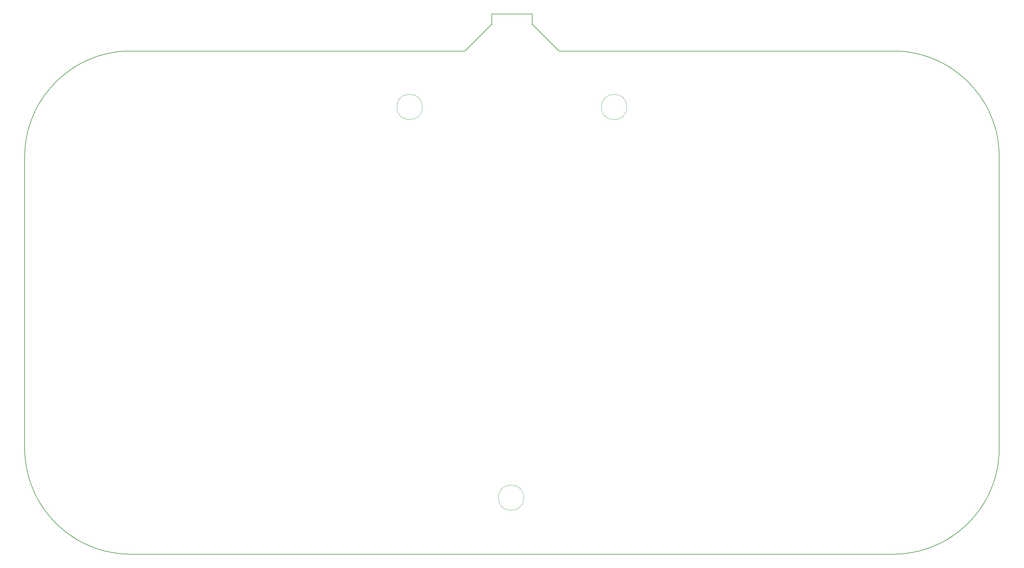
<source format=gbr>
%TF.GenerationSoftware,KiCad,Pcbnew,7.0.10*%
%TF.CreationDate,2024-01-11T05:44:04-06:00*%
%TF.ProjectId,hitbox no passthrough,68697462-6f78-4206-9e6f-207061737374,rev?*%
%TF.SameCoordinates,Original*%
%TF.FileFunction,Profile,NP*%
%FSLAX46Y46*%
G04 Gerber Fmt 4.6, Leading zero omitted, Abs format (unit mm)*
G04 Created by KiCad (PCBNEW 7.0.10) date 2024-01-11 05:44:04*
%MOMM*%
%LPD*%
G01*
G04 APERTURE LIST*
%TA.AperFunction,Profile*%
%ADD10C,0.100000*%
%TD*%
%ADD11C,0.180000*%
%TA.AperFunction,Profile*%
%ADD12C,0.180000*%
%TD*%
G04 APERTURE END LIST*
D10*
X151900000Y-156340000D02*
G75*
G03*
X144400000Y-156340000I-3750000J0D01*
G01*
X144400000Y-156340000D02*
G75*
G03*
X151900000Y-156340000I3750000J0D01*
G01*
X182430000Y-40560000D02*
G75*
G03*
X174930000Y-40560000I-3750000J0D01*
G01*
X174930000Y-40560000D02*
G75*
G03*
X182430000Y-40560000I3750000J0D01*
G01*
X121820000Y-40540000D02*
G75*
G03*
X114320000Y-40540000I-3750000J0D01*
G01*
X114320000Y-40540000D02*
G75*
G03*
X121820000Y-40540000I3750000J0D01*
G01*
D11*
X292809003Y-55413081D02*
X292768094Y-53795182D01*
X292646685Y-52198505D01*
X292446751Y-50625025D01*
X292170268Y-49076720D01*
X291819210Y-47555565D01*
X291395553Y-46063538D01*
X290901273Y-44602615D01*
X290338344Y-43174773D01*
X289708743Y-41781988D01*
X289014443Y-40426238D01*
X288257422Y-39109498D01*
X287439654Y-37833745D01*
X286563114Y-36600956D01*
X285629777Y-35413107D01*
X284641620Y-34272176D01*
X283600618Y-33180138D01*
X282508745Y-32138970D01*
X281367977Y-31150650D01*
X280180289Y-30217153D01*
X278947657Y-29340456D01*
X277672057Y-28522536D01*
X276355463Y-27765369D01*
X274999850Y-27070932D01*
X273607195Y-26441202D01*
X272179472Y-25878156D01*
X270718657Y-25383769D01*
X269226725Y-24960018D01*
X267705651Y-24608881D01*
X266157412Y-24332334D01*
X264583981Y-24132352D01*
X262987335Y-24010914D01*
X261369449Y-23969996D01*
D12*
X292809003Y-141628447D02*
X292809003Y-55413081D01*
D11*
X261369449Y-173071510D02*
X262987335Y-173030591D01*
X264583981Y-172909153D01*
X266157412Y-172709171D01*
X267705651Y-172432624D01*
X269226725Y-172081487D01*
X270718657Y-171657736D01*
X272179472Y-171163350D01*
X273607195Y-170600303D01*
X274999850Y-169970573D01*
X276355463Y-169276137D01*
X277672057Y-168518970D01*
X278947657Y-167701050D01*
X280180289Y-166824354D01*
X281367977Y-165890857D01*
X282508745Y-164902537D01*
X283600618Y-163861370D01*
X284641620Y-162769333D01*
X285629777Y-161628402D01*
X286563114Y-160440554D01*
X287439654Y-159207766D01*
X288257422Y-157932014D01*
X289014443Y-156615274D01*
X289708743Y-155259525D01*
X290338344Y-153866741D01*
X290901273Y-152438900D01*
X291395553Y-150977979D01*
X291819210Y-149485953D01*
X292170268Y-147964800D01*
X292446751Y-146416496D01*
X292646685Y-144843018D01*
X292768094Y-143246343D01*
X292809003Y-141628447D01*
D12*
X35450551Y-173071510D02*
X261369449Y-173071510D01*
D11*
X4010997Y-141628447D02*
X4051905Y-143246343D01*
X4173314Y-144843018D01*
X4373248Y-146416496D01*
X4649731Y-147964800D01*
X5000789Y-149485953D01*
X5424446Y-150977979D01*
X5918726Y-152438900D01*
X6481655Y-153866741D01*
X7111256Y-155259525D01*
X7805556Y-156615274D01*
X8562577Y-157932014D01*
X9380345Y-159207766D01*
X10256885Y-160440554D01*
X11190222Y-161628402D01*
X12178379Y-162769333D01*
X13219382Y-163861370D01*
X14311254Y-164902537D01*
X15452022Y-165890857D01*
X16639710Y-166824354D01*
X17872342Y-167701050D01*
X19147942Y-168518970D01*
X20464536Y-169276137D01*
X21820149Y-169970573D01*
X23212804Y-170600303D01*
X24640527Y-171163350D01*
X26101342Y-171657736D01*
X27593274Y-172081487D01*
X29114348Y-172432624D01*
X30662587Y-172709171D01*
X32236018Y-172909153D01*
X33832664Y-173030591D01*
X35450551Y-173071510D01*
D12*
X4010997Y-55413081D02*
X4010997Y-141628447D01*
D11*
X35450551Y-23969996D02*
X33832664Y-24010914D01*
X32236018Y-24132352D01*
X30662587Y-24332334D01*
X29114348Y-24608881D01*
X27593274Y-24960018D01*
X26101342Y-25383769D01*
X24640527Y-25878156D01*
X23212804Y-26441202D01*
X21820149Y-27070932D01*
X20464536Y-27765369D01*
X19147942Y-28522536D01*
X17872342Y-29340456D01*
X16639710Y-30217153D01*
X15452022Y-31150650D01*
X14311254Y-32138970D01*
X13219382Y-33180138D01*
X12178379Y-34272176D01*
X11190222Y-35413107D01*
X10256885Y-36600956D01*
X9380345Y-37833745D01*
X8562577Y-39109498D01*
X7805556Y-40426238D01*
X7111256Y-41781988D01*
X6481655Y-43174773D01*
X5918726Y-44602615D01*
X5424446Y-46063538D01*
X5000789Y-47555565D01*
X4649731Y-49076720D01*
X4373248Y-50625025D01*
X4173314Y-52198505D01*
X4051905Y-53795182D01*
X4010997Y-55413081D01*
D12*
X134464727Y-23969996D02*
X35450551Y-23969996D01*
X142410000Y-16024723D02*
X134464727Y-23969996D01*
X142410000Y-12970000D02*
X142410000Y-16024723D01*
X143410004Y-12970000D02*
X142410000Y-12970000D01*
X153409996Y-12970000D02*
X143410004Y-12970000D01*
X154410000Y-12970000D02*
X153409996Y-12970000D01*
X154410000Y-16024723D02*
X154410000Y-12970000D01*
X162355273Y-23969996D02*
X154410000Y-16024723D01*
X261369449Y-23969996D02*
X162355273Y-23969996D01*
M02*

</source>
